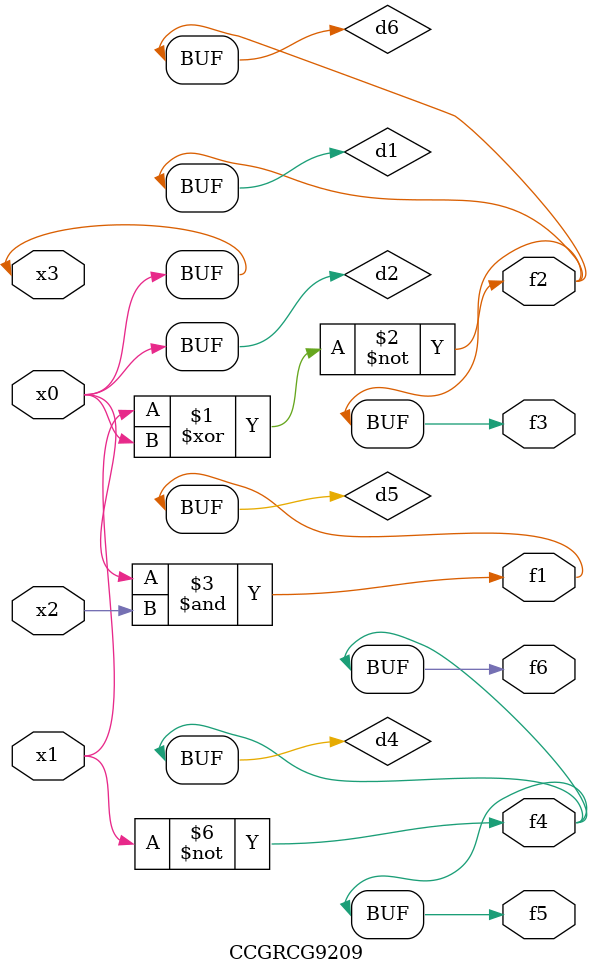
<source format=v>
module CCGRCG9209(
	input x0, x1, x2, x3,
	output f1, f2, f3, f4, f5, f6
);

	wire d1, d2, d3, d4, d5, d6;

	xnor (d1, x1, x3);
	buf (d2, x0, x3);
	nand (d3, x0, x2);
	not (d4, x1);
	nand (d5, d3);
	or (d6, d1);
	assign f1 = d5;
	assign f2 = d6;
	assign f3 = d6;
	assign f4 = d4;
	assign f5 = d4;
	assign f6 = d4;
endmodule

</source>
